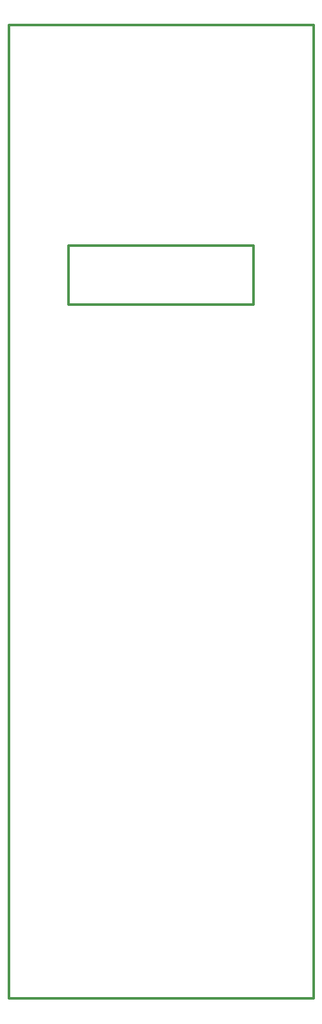
<source format=gbr>
G04 DesignSpark PCB Gerber Version 9.0 Build 5138 *
%FSLAX35Y35*%
%MOMM*%
%ADD13C,0.30480*%
X0Y0D02*
D02*
D13*
X15240Y15240D02*
X4045240D01*
Y12865240*
X15240*
Y15240*
X805240Y9955240D02*
X3255240D01*
Y9180240*
X805240*
Y9955240*
X0Y0D02*
M02*

</source>
